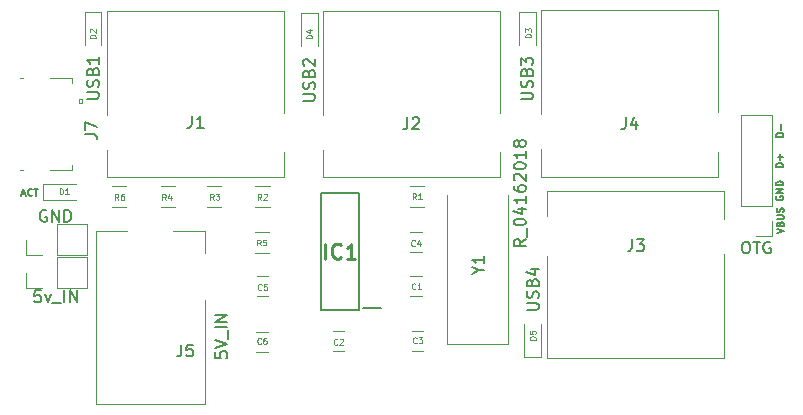
<source format=gto>
G04 #@! TF.FileFunction,Legend,Top*
%FSLAX46Y46*%
G04 Gerber Fmt 4.6, Leading zero omitted, Abs format (unit mm)*
G04 Created by KiCad (PCBNEW 4.0.7) date 04/20/18 23:23:33*
%MOMM*%
%LPD*%
G01*
G04 APERTURE LIST*
%ADD10C,0.127000*%
%ADD11C,0.120000*%
%ADD12C,0.200000*%
%ADD13C,0.125000*%
%ADD14C,0.254000*%
%ADD15C,0.150000*%
G04 APERTURE END LIST*
D10*
X151480781Y-99092852D02*
X151004590Y-99426186D01*
X151480781Y-99664281D02*
X150480781Y-99664281D01*
X150480781Y-99283328D01*
X150528400Y-99188090D01*
X150576019Y-99140471D01*
X150671257Y-99092852D01*
X150814114Y-99092852D01*
X150909352Y-99140471D01*
X150956971Y-99188090D01*
X151004590Y-99283328D01*
X151004590Y-99664281D01*
X151576019Y-98902376D02*
X151576019Y-98140471D01*
X150480781Y-97711900D02*
X150480781Y-97616661D01*
X150528400Y-97521423D01*
X150576019Y-97473804D01*
X150671257Y-97426185D01*
X150861733Y-97378566D01*
X151099829Y-97378566D01*
X151290305Y-97426185D01*
X151385543Y-97473804D01*
X151433162Y-97521423D01*
X151480781Y-97616661D01*
X151480781Y-97711900D01*
X151433162Y-97807138D01*
X151385543Y-97854757D01*
X151290305Y-97902376D01*
X151099829Y-97949995D01*
X150861733Y-97949995D01*
X150671257Y-97902376D01*
X150576019Y-97854757D01*
X150528400Y-97807138D01*
X150480781Y-97711900D01*
X150814114Y-96521423D02*
X151480781Y-96521423D01*
X150433162Y-96759519D02*
X151147448Y-96997614D01*
X151147448Y-96378566D01*
X151480781Y-95473804D02*
X151480781Y-96045233D01*
X151480781Y-95759519D02*
X150480781Y-95759519D01*
X150623638Y-95854757D01*
X150718876Y-95949995D01*
X150766495Y-96045233D01*
X150480781Y-94616661D02*
X150480781Y-94807138D01*
X150528400Y-94902376D01*
X150576019Y-94949995D01*
X150718876Y-95045233D01*
X150909352Y-95092852D01*
X151290305Y-95092852D01*
X151385543Y-95045233D01*
X151433162Y-94997614D01*
X151480781Y-94902376D01*
X151480781Y-94711899D01*
X151433162Y-94616661D01*
X151385543Y-94569042D01*
X151290305Y-94521423D01*
X151052210Y-94521423D01*
X150956971Y-94569042D01*
X150909352Y-94616661D01*
X150861733Y-94711899D01*
X150861733Y-94902376D01*
X150909352Y-94997614D01*
X150956971Y-95045233D01*
X151052210Y-95092852D01*
X150576019Y-94140471D02*
X150528400Y-94092852D01*
X150480781Y-93997614D01*
X150480781Y-93759518D01*
X150528400Y-93664280D01*
X150576019Y-93616661D01*
X150671257Y-93569042D01*
X150766495Y-93569042D01*
X150909352Y-93616661D01*
X151480781Y-94188090D01*
X151480781Y-93569042D01*
X150480781Y-92949995D02*
X150480781Y-92854756D01*
X150528400Y-92759518D01*
X150576019Y-92711899D01*
X150671257Y-92664280D01*
X150861733Y-92616661D01*
X151099829Y-92616661D01*
X151290305Y-92664280D01*
X151385543Y-92711899D01*
X151433162Y-92759518D01*
X151480781Y-92854756D01*
X151480781Y-92949995D01*
X151433162Y-93045233D01*
X151385543Y-93092852D01*
X151290305Y-93140471D01*
X151099829Y-93188090D01*
X150861733Y-93188090D01*
X150671257Y-93140471D01*
X150576019Y-93092852D01*
X150528400Y-93045233D01*
X150480781Y-92949995D01*
X151480781Y-91664280D02*
X151480781Y-92235709D01*
X151480781Y-91949995D02*
X150480781Y-91949995D01*
X150623638Y-92045233D01*
X150718876Y-92140471D01*
X150766495Y-92235709D01*
X150909352Y-91092852D02*
X150861733Y-91188090D01*
X150814114Y-91235709D01*
X150718876Y-91283328D01*
X150671257Y-91283328D01*
X150576019Y-91235709D01*
X150528400Y-91188090D01*
X150480781Y-91092852D01*
X150480781Y-90902375D01*
X150528400Y-90807137D01*
X150576019Y-90759518D01*
X150671257Y-90711899D01*
X150718876Y-90711899D01*
X150814114Y-90759518D01*
X150861733Y-90807137D01*
X150909352Y-90902375D01*
X150909352Y-91092852D01*
X150956971Y-91188090D01*
X151004590Y-91235709D01*
X151099829Y-91283328D01*
X151290305Y-91283328D01*
X151385543Y-91235709D01*
X151433162Y-91188090D01*
X151480781Y-91092852D01*
X151480781Y-90902375D01*
X151433162Y-90807137D01*
X151385543Y-90759518D01*
X151290305Y-90711899D01*
X151099829Y-90711899D01*
X151004590Y-90759518D01*
X150956971Y-90807137D01*
X150909352Y-90902375D01*
X173306389Y-90444571D02*
X172706389Y-90444571D01*
X172706389Y-90301714D01*
X172734960Y-90215999D01*
X172792103Y-90158857D01*
X172849246Y-90130285D01*
X172963531Y-90101714D01*
X173049246Y-90101714D01*
X173163531Y-90130285D01*
X173220674Y-90158857D01*
X173277817Y-90215999D01*
X173306389Y-90301714D01*
X173306389Y-90444571D01*
X173077817Y-89844571D02*
X173077817Y-89387428D01*
X173275909Y-92989651D02*
X172675909Y-92989651D01*
X172675909Y-92846794D01*
X172704480Y-92761079D01*
X172761623Y-92703937D01*
X172818766Y-92675365D01*
X172933051Y-92646794D01*
X173018766Y-92646794D01*
X173133051Y-92675365D01*
X173190194Y-92703937D01*
X173247337Y-92761079D01*
X173275909Y-92846794D01*
X173275909Y-92989651D01*
X173047337Y-92389651D02*
X173047337Y-91932508D01*
X173275909Y-92161079D02*
X172818766Y-92161079D01*
X172704480Y-95478542D02*
X172675909Y-95535685D01*
X172675909Y-95621399D01*
X172704480Y-95707114D01*
X172761623Y-95764256D01*
X172818766Y-95792828D01*
X172933051Y-95821399D01*
X173018766Y-95821399D01*
X173133051Y-95792828D01*
X173190194Y-95764256D01*
X173247337Y-95707114D01*
X173275909Y-95621399D01*
X173275909Y-95564256D01*
X173247337Y-95478542D01*
X173218766Y-95449971D01*
X173018766Y-95449971D01*
X173018766Y-95564256D01*
X173275909Y-95192828D02*
X172675909Y-95192828D01*
X173275909Y-94849971D01*
X172675909Y-94849971D01*
X173275909Y-94564257D02*
X172675909Y-94564257D01*
X172675909Y-94421400D01*
X172704480Y-94335685D01*
X172761623Y-94278543D01*
X172818766Y-94249971D01*
X172933051Y-94221400D01*
X173018766Y-94221400D01*
X173133051Y-94249971D01*
X173190194Y-94278543D01*
X173247337Y-94335685D01*
X173275909Y-94421400D01*
X173275909Y-94564257D01*
X172736869Y-98620760D02*
X173336869Y-98420760D01*
X172736869Y-98220760D01*
X173022583Y-97820760D02*
X173051154Y-97735046D01*
X173079726Y-97706474D01*
X173136869Y-97677903D01*
X173222583Y-97677903D01*
X173279726Y-97706474D01*
X173308297Y-97735046D01*
X173336869Y-97792188D01*
X173336869Y-98020760D01*
X172736869Y-98020760D01*
X172736869Y-97820760D01*
X172765440Y-97763617D01*
X172794011Y-97735046D01*
X172851154Y-97706474D01*
X172908297Y-97706474D01*
X172965440Y-97735046D01*
X172994011Y-97763617D01*
X173022583Y-97820760D01*
X173022583Y-98020760D01*
X172736869Y-97420760D02*
X173222583Y-97420760D01*
X173279726Y-97392188D01*
X173308297Y-97363617D01*
X173336869Y-97306474D01*
X173336869Y-97192188D01*
X173308297Y-97135046D01*
X173279726Y-97106474D01*
X173222583Y-97077903D01*
X172736869Y-97077903D01*
X173308297Y-96820760D02*
X173336869Y-96735046D01*
X173336869Y-96592189D01*
X173308297Y-96535046D01*
X173279726Y-96506475D01*
X173222583Y-96477903D01*
X173165440Y-96477903D01*
X173108297Y-96506475D01*
X173079726Y-96535046D01*
X173051154Y-96592189D01*
X173022583Y-96706475D01*
X172994011Y-96763617D01*
X172965440Y-96792189D01*
X172908297Y-96820760D01*
X172851154Y-96820760D01*
X172794011Y-96792189D01*
X172765440Y-96763617D01*
X172736869Y-96706475D01*
X172736869Y-96563617D01*
X172765440Y-96477903D01*
X125212861Y-108653413D02*
X125212861Y-109129604D01*
X125689051Y-109177223D01*
X125641432Y-109129604D01*
X125593813Y-109034366D01*
X125593813Y-108796270D01*
X125641432Y-108701032D01*
X125689051Y-108653413D01*
X125784290Y-108605794D01*
X126022385Y-108605794D01*
X126117623Y-108653413D01*
X126165242Y-108701032D01*
X126212861Y-108796270D01*
X126212861Y-109034366D01*
X126165242Y-109129604D01*
X126117623Y-109177223D01*
X125212861Y-108320080D02*
X126212861Y-107986747D01*
X125212861Y-107653413D01*
X126308099Y-107558175D02*
X126308099Y-106796270D01*
X126212861Y-106558175D02*
X125212861Y-106558175D01*
X126212861Y-106081985D02*
X125212861Y-106081985D01*
X126212861Y-105510556D01*
X125212861Y-105510556D01*
X151572981Y-105090695D02*
X152382505Y-105090695D01*
X152477743Y-105043076D01*
X152525362Y-104995457D01*
X152572981Y-104900219D01*
X152572981Y-104709742D01*
X152525362Y-104614504D01*
X152477743Y-104566885D01*
X152382505Y-104519266D01*
X151572981Y-104519266D01*
X152525362Y-104090695D02*
X152572981Y-103947838D01*
X152572981Y-103709742D01*
X152525362Y-103614504D01*
X152477743Y-103566885D01*
X152382505Y-103519266D01*
X152287267Y-103519266D01*
X152192029Y-103566885D01*
X152144410Y-103614504D01*
X152096790Y-103709742D01*
X152049171Y-103900219D01*
X152001552Y-103995457D01*
X151953933Y-104043076D01*
X151858695Y-104090695D01*
X151763457Y-104090695D01*
X151668219Y-104043076D01*
X151620600Y-103995457D01*
X151572981Y-103900219D01*
X151572981Y-103662123D01*
X151620600Y-103519266D01*
X152049171Y-102757361D02*
X152096790Y-102614504D01*
X152144410Y-102566885D01*
X152239648Y-102519266D01*
X152382505Y-102519266D01*
X152477743Y-102566885D01*
X152525362Y-102614504D01*
X152572981Y-102709742D01*
X152572981Y-103090695D01*
X151572981Y-103090695D01*
X151572981Y-102757361D01*
X151620600Y-102662123D01*
X151668219Y-102614504D01*
X151763457Y-102566885D01*
X151858695Y-102566885D01*
X151953933Y-102614504D01*
X152001552Y-102662123D01*
X152049171Y-102757361D01*
X152049171Y-103090695D01*
X151906314Y-101662123D02*
X152572981Y-101662123D01*
X151525362Y-101900219D02*
X152239648Y-102138314D01*
X152239648Y-101519266D01*
X151100541Y-87264975D02*
X151910065Y-87264975D01*
X152005303Y-87217356D01*
X152052922Y-87169737D01*
X152100541Y-87074499D01*
X152100541Y-86884022D01*
X152052922Y-86788784D01*
X152005303Y-86741165D01*
X151910065Y-86693546D01*
X151100541Y-86693546D01*
X152052922Y-86264975D02*
X152100541Y-86122118D01*
X152100541Y-85884022D01*
X152052922Y-85788784D01*
X152005303Y-85741165D01*
X151910065Y-85693546D01*
X151814827Y-85693546D01*
X151719589Y-85741165D01*
X151671970Y-85788784D01*
X151624350Y-85884022D01*
X151576731Y-86074499D01*
X151529112Y-86169737D01*
X151481493Y-86217356D01*
X151386255Y-86264975D01*
X151291017Y-86264975D01*
X151195779Y-86217356D01*
X151148160Y-86169737D01*
X151100541Y-86074499D01*
X151100541Y-85836403D01*
X151148160Y-85693546D01*
X151576731Y-84931641D02*
X151624350Y-84788784D01*
X151671970Y-84741165D01*
X151767208Y-84693546D01*
X151910065Y-84693546D01*
X152005303Y-84741165D01*
X152052922Y-84788784D01*
X152100541Y-84884022D01*
X152100541Y-85264975D01*
X151100541Y-85264975D01*
X151100541Y-84931641D01*
X151148160Y-84836403D01*
X151195779Y-84788784D01*
X151291017Y-84741165D01*
X151386255Y-84741165D01*
X151481493Y-84788784D01*
X151529112Y-84836403D01*
X151576731Y-84931641D01*
X151576731Y-85264975D01*
X151100541Y-84360213D02*
X151100541Y-83741165D01*
X151481493Y-84074499D01*
X151481493Y-83931641D01*
X151529112Y-83836403D01*
X151576731Y-83788784D01*
X151671970Y-83741165D01*
X151910065Y-83741165D01*
X152005303Y-83788784D01*
X152052922Y-83836403D01*
X152100541Y-83931641D01*
X152100541Y-84217356D01*
X152052922Y-84312594D01*
X152005303Y-84360213D01*
X132649981Y-87386895D02*
X133459505Y-87386895D01*
X133554743Y-87339276D01*
X133602362Y-87291657D01*
X133649981Y-87196419D01*
X133649981Y-87005942D01*
X133602362Y-86910704D01*
X133554743Y-86863085D01*
X133459505Y-86815466D01*
X132649981Y-86815466D01*
X133602362Y-86386895D02*
X133649981Y-86244038D01*
X133649981Y-86005942D01*
X133602362Y-85910704D01*
X133554743Y-85863085D01*
X133459505Y-85815466D01*
X133364267Y-85815466D01*
X133269029Y-85863085D01*
X133221410Y-85910704D01*
X133173790Y-86005942D01*
X133126171Y-86196419D01*
X133078552Y-86291657D01*
X133030933Y-86339276D01*
X132935695Y-86386895D01*
X132840457Y-86386895D01*
X132745219Y-86339276D01*
X132697600Y-86291657D01*
X132649981Y-86196419D01*
X132649981Y-85958323D01*
X132697600Y-85815466D01*
X133126171Y-85053561D02*
X133173790Y-84910704D01*
X133221410Y-84863085D01*
X133316648Y-84815466D01*
X133459505Y-84815466D01*
X133554743Y-84863085D01*
X133602362Y-84910704D01*
X133649981Y-85005942D01*
X133649981Y-85386895D01*
X132649981Y-85386895D01*
X132649981Y-85053561D01*
X132697600Y-84958323D01*
X132745219Y-84910704D01*
X132840457Y-84863085D01*
X132935695Y-84863085D01*
X133030933Y-84910704D01*
X133078552Y-84958323D01*
X133126171Y-85053561D01*
X133126171Y-85386895D01*
X132745219Y-84434514D02*
X132697600Y-84386895D01*
X132649981Y-84291657D01*
X132649981Y-84053561D01*
X132697600Y-83958323D01*
X132745219Y-83910704D01*
X132840457Y-83863085D01*
X132935695Y-83863085D01*
X133078552Y-83910704D01*
X133649981Y-84482133D01*
X133649981Y-83863085D01*
X114346741Y-87219255D02*
X115156265Y-87219255D01*
X115251503Y-87171636D01*
X115299122Y-87124017D01*
X115346741Y-87028779D01*
X115346741Y-86838302D01*
X115299122Y-86743064D01*
X115251503Y-86695445D01*
X115156265Y-86647826D01*
X114346741Y-86647826D01*
X115299122Y-86219255D02*
X115346741Y-86076398D01*
X115346741Y-85838302D01*
X115299122Y-85743064D01*
X115251503Y-85695445D01*
X115156265Y-85647826D01*
X115061027Y-85647826D01*
X114965789Y-85695445D01*
X114918170Y-85743064D01*
X114870550Y-85838302D01*
X114822931Y-86028779D01*
X114775312Y-86124017D01*
X114727693Y-86171636D01*
X114632455Y-86219255D01*
X114537217Y-86219255D01*
X114441979Y-86171636D01*
X114394360Y-86124017D01*
X114346741Y-86028779D01*
X114346741Y-85790683D01*
X114394360Y-85647826D01*
X114822931Y-84885921D02*
X114870550Y-84743064D01*
X114918170Y-84695445D01*
X115013408Y-84647826D01*
X115156265Y-84647826D01*
X115251503Y-84695445D01*
X115299122Y-84743064D01*
X115346741Y-84838302D01*
X115346741Y-85219255D01*
X114346741Y-85219255D01*
X114346741Y-84885921D01*
X114394360Y-84790683D01*
X114441979Y-84743064D01*
X114537217Y-84695445D01*
X114632455Y-84695445D01*
X114727693Y-84743064D01*
X114775312Y-84790683D01*
X114822931Y-84885921D01*
X114822931Y-85219255D01*
X115346741Y-83695445D02*
X115346741Y-84266874D01*
X115346741Y-83981160D02*
X114346741Y-83981160D01*
X114489598Y-84076398D01*
X114584836Y-84171636D01*
X114632455Y-84266874D01*
X108817812Y-95268720D02*
X109103526Y-95268720D01*
X108760669Y-95440149D02*
X108960669Y-94840149D01*
X109160669Y-95440149D01*
X109703526Y-95383006D02*
X109674955Y-95411577D01*
X109589241Y-95440149D01*
X109532098Y-95440149D01*
X109446383Y-95411577D01*
X109389241Y-95354434D01*
X109360669Y-95297291D01*
X109332098Y-95183006D01*
X109332098Y-95097291D01*
X109360669Y-94983006D01*
X109389241Y-94925863D01*
X109446383Y-94868720D01*
X109532098Y-94840149D01*
X109589241Y-94840149D01*
X109674955Y-94868720D01*
X109703526Y-94897291D01*
X109874955Y-94840149D02*
X110217812Y-94840149D01*
X110046383Y-95440149D02*
X110046383Y-94840149D01*
D11*
X142689000Y-102249000D02*
X141689000Y-102249000D01*
X141689000Y-103949000D02*
X142689000Y-103949000D01*
X136136000Y-106897000D02*
X135136000Y-106897000D01*
X135136000Y-108597000D02*
X136136000Y-108597000D01*
X141826000Y-108561000D02*
X142826000Y-108561000D01*
X142826000Y-106861000D02*
X141826000Y-106861000D01*
X142689000Y-98535100D02*
X141689000Y-98535100D01*
X141689000Y-100235100D02*
X142689000Y-100235100D01*
X128700000Y-103949000D02*
X129700000Y-103949000D01*
X129700000Y-102249000D02*
X128700000Y-102249000D01*
X128659000Y-108637000D02*
X129659000Y-108637000D01*
X129659000Y-106937000D02*
X128659000Y-106937000D01*
X110590000Y-94397600D02*
X110590000Y-95797600D01*
X110590000Y-95797600D02*
X113390000Y-95797600D01*
X110590000Y-94397600D02*
X113390000Y-94397600D01*
X115559000Y-79901600D02*
X114159000Y-79901600D01*
X114159000Y-79901600D02*
X114159000Y-82701600D01*
X115559000Y-79901600D02*
X115559000Y-82701600D01*
X152343000Y-79855900D02*
X150943000Y-79855900D01*
X150943000Y-79855900D02*
X150943000Y-82655900D01*
X152343000Y-79855900D02*
X152343000Y-82655900D01*
X133882000Y-79937200D02*
X132482000Y-79937200D01*
X132482000Y-79937200D02*
X132482000Y-82737200D01*
X133882000Y-79937200D02*
X133882000Y-82737200D01*
X151380000Y-109054000D02*
X152780000Y-109054000D01*
X152780000Y-109054000D02*
X152780000Y-106254000D01*
X151380000Y-109054000D02*
X151380000Y-106254000D01*
D12*
X137358000Y-105128000D02*
X134158000Y-105128000D01*
X134158000Y-105128000D02*
X134158000Y-95228000D01*
X134158000Y-95228000D02*
X137358000Y-95228000D01*
X137358000Y-95228000D02*
X137358000Y-105128000D01*
X139233000Y-104908000D02*
X137708000Y-104908000D01*
D11*
X116052000Y-93875400D02*
X116052000Y-91545400D01*
X131042000Y-93875400D02*
X131042000Y-91755400D01*
X116052000Y-93875400D02*
X131042000Y-93875400D01*
X116052000Y-79785400D02*
X131042000Y-79785400D01*
X116052000Y-88585400D02*
X116052000Y-79785400D01*
X131042000Y-88385400D02*
X131042000Y-79785400D01*
X134324000Y-93875400D02*
X134324000Y-91545400D01*
X149314000Y-93875400D02*
X149314000Y-91755400D01*
X134324000Y-93875400D02*
X149314000Y-93875400D01*
X134324000Y-79785400D02*
X149314000Y-79785400D01*
X134324000Y-88585400D02*
X134324000Y-79785400D01*
X149314000Y-88385400D02*
X149314000Y-79785400D01*
X152765000Y-93819500D02*
X152765000Y-91489500D01*
X167755000Y-93819500D02*
X167755000Y-91699500D01*
X152765000Y-93819500D02*
X167755000Y-93819500D01*
X152765000Y-79729500D02*
X167755000Y-79729500D01*
X152765000Y-88529500D02*
X152765000Y-79729500D01*
X167755000Y-88329500D02*
X167755000Y-79729500D01*
X168246000Y-95065000D02*
X168246000Y-97395000D01*
X153256000Y-95065000D02*
X153256000Y-97185000D01*
X168246000Y-95065000D02*
X153256000Y-95065000D01*
X168246000Y-109155000D02*
X153256000Y-109155000D01*
X168246000Y-100355000D02*
X168246000Y-109155000D01*
X153256000Y-100555000D02*
X153256000Y-109155000D01*
X124295000Y-104298800D02*
X124295000Y-113098800D01*
X124295000Y-113098800D02*
X115095000Y-113098800D01*
X121595000Y-98398800D02*
X124295000Y-98398800D01*
X124295000Y-98398800D02*
X124295000Y-100298800D01*
X115095000Y-113098800D02*
X115095000Y-98398800D01*
X115095000Y-98398800D02*
X117695000Y-98398800D01*
X142881000Y-96404300D02*
X141681000Y-96404300D01*
X141681000Y-94644300D02*
X142881000Y-94644300D01*
X128595000Y-94649400D02*
X129795000Y-94649400D01*
X129795000Y-96409400D02*
X128595000Y-96409400D01*
X125710000Y-96404300D02*
X124510000Y-96404300D01*
X124510000Y-94644300D02*
X125710000Y-94644300D01*
X121768000Y-96404300D02*
X120568000Y-96404300D01*
X120568000Y-94644300D02*
X121768000Y-94644300D01*
X128539000Y-98530500D02*
X129739000Y-98530500D01*
X129739000Y-100290500D02*
X128539000Y-100290500D01*
X117669000Y-96409400D02*
X116469000Y-96409400D01*
X116469000Y-94649400D02*
X117669000Y-94649400D01*
X144861000Y-95385000D02*
X144861000Y-107985000D01*
X144861000Y-107985000D02*
X149961000Y-107985000D01*
X149961000Y-107985000D02*
X149961000Y-95385000D01*
X113056000Y-85447000D02*
X113056000Y-85897000D01*
X111206000Y-85447000D02*
X113056000Y-85447000D01*
X108656000Y-93247000D02*
X108906000Y-93247000D01*
X108656000Y-85447000D02*
X108906000Y-85447000D01*
X111206000Y-93247000D02*
X113056000Y-93247000D01*
X113056000Y-93247000D02*
X113056000Y-92797000D01*
X113656000Y-87247000D02*
X113956000Y-87247000D01*
X113956000Y-87247000D02*
X113956000Y-87547000D01*
X113956000Y-87547000D02*
X113656000Y-87547000D01*
X113656000Y-87547000D02*
X113656000Y-87247000D01*
X172351000Y-88588500D02*
X169691000Y-88588500D01*
X172351000Y-96268500D02*
X172351000Y-88588500D01*
X169691000Y-96268500D02*
X169691000Y-88588500D01*
X172351000Y-96268500D02*
X169691000Y-96268500D01*
X172351000Y-97538500D02*
X172351000Y-98868500D01*
X172351000Y-98868500D02*
X171021000Y-98868500D01*
X114368000Y-103263000D02*
X114368000Y-100603000D01*
X111768000Y-103263000D02*
X114368000Y-103263000D01*
X111768000Y-100603000D02*
X114368000Y-100603000D01*
X111768000Y-103263000D02*
X111768000Y-100603000D01*
X110498000Y-103263000D02*
X109168000Y-103263000D01*
X109168000Y-103263000D02*
X109168000Y-101933000D01*
X114360000Y-100481400D02*
X114360000Y-97821400D01*
X111760000Y-100481400D02*
X114360000Y-100481400D01*
X111760000Y-97821400D02*
X114360000Y-97821400D01*
X111760000Y-100481400D02*
X111760000Y-97821400D01*
X110490000Y-100481400D02*
X109160000Y-100481400D01*
X109160000Y-100481400D02*
X109160000Y-99151400D01*
D13*
X142136147Y-103292811D02*
X142112337Y-103316621D01*
X142040909Y-103340430D01*
X141993290Y-103340430D01*
X141921861Y-103316621D01*
X141874242Y-103269002D01*
X141850433Y-103221383D01*
X141826623Y-103126145D01*
X141826623Y-103054716D01*
X141850433Y-102959478D01*
X141874242Y-102911859D01*
X141921861Y-102864240D01*
X141993290Y-102840430D01*
X142040909Y-102840430D01*
X142112337Y-102864240D01*
X142136147Y-102888050D01*
X142612337Y-103340430D02*
X142326623Y-103340430D01*
X142469480Y-103340430D02*
X142469480Y-102840430D01*
X142421861Y-102911859D01*
X142374242Y-102959478D01*
X142326623Y-102983288D01*
X135537427Y-108006851D02*
X135513617Y-108030661D01*
X135442189Y-108054470D01*
X135394570Y-108054470D01*
X135323141Y-108030661D01*
X135275522Y-107983042D01*
X135251713Y-107935423D01*
X135227903Y-107840185D01*
X135227903Y-107768756D01*
X135251713Y-107673518D01*
X135275522Y-107625899D01*
X135323141Y-107578280D01*
X135394570Y-107554470D01*
X135442189Y-107554470D01*
X135513617Y-107578280D01*
X135537427Y-107602090D01*
X135727903Y-107602090D02*
X135751713Y-107578280D01*
X135799332Y-107554470D01*
X135918379Y-107554470D01*
X135965998Y-107578280D01*
X135989808Y-107602090D01*
X136013617Y-107649709D01*
X136013617Y-107697328D01*
X135989808Y-107768756D01*
X135704094Y-108054470D01*
X136013617Y-108054470D01*
X142242667Y-107864171D02*
X142218857Y-107887981D01*
X142147429Y-107911790D01*
X142099810Y-107911790D01*
X142028381Y-107887981D01*
X141980762Y-107840362D01*
X141956953Y-107792743D01*
X141933143Y-107697505D01*
X141933143Y-107626076D01*
X141956953Y-107530838D01*
X141980762Y-107483219D01*
X142028381Y-107435600D01*
X142099810Y-107411790D01*
X142147429Y-107411790D01*
X142218857Y-107435600D01*
X142242667Y-107459410D01*
X142409334Y-107411790D02*
X142718857Y-107411790D01*
X142552191Y-107602267D01*
X142623619Y-107602267D01*
X142671238Y-107626076D01*
X142695048Y-107649886D01*
X142718857Y-107697505D01*
X142718857Y-107816552D01*
X142695048Y-107864171D01*
X142671238Y-107887981D01*
X142623619Y-107911790D01*
X142480762Y-107911790D01*
X142433143Y-107887981D01*
X142409334Y-107864171D01*
X142100587Y-99650031D02*
X142076777Y-99673841D01*
X142005349Y-99697650D01*
X141957730Y-99697650D01*
X141886301Y-99673841D01*
X141838682Y-99626222D01*
X141814873Y-99578603D01*
X141791063Y-99483365D01*
X141791063Y-99411936D01*
X141814873Y-99316698D01*
X141838682Y-99269079D01*
X141886301Y-99221460D01*
X141957730Y-99197650D01*
X142005349Y-99197650D01*
X142076777Y-99221460D01*
X142100587Y-99245270D01*
X142529158Y-99364317D02*
X142529158Y-99697650D01*
X142410111Y-99173841D02*
X142291063Y-99530984D01*
X142600587Y-99530984D01*
X129116667Y-103369011D02*
X129092857Y-103392821D01*
X129021429Y-103416630D01*
X128973810Y-103416630D01*
X128902381Y-103392821D01*
X128854762Y-103345202D01*
X128830953Y-103297583D01*
X128807143Y-103202345D01*
X128807143Y-103130916D01*
X128830953Y-103035678D01*
X128854762Y-102988059D01*
X128902381Y-102940440D01*
X128973810Y-102916630D01*
X129021429Y-102916630D01*
X129092857Y-102940440D01*
X129116667Y-102964250D01*
X129569048Y-102916630D02*
X129330953Y-102916630D01*
X129307143Y-103154726D01*
X129330953Y-103130916D01*
X129378572Y-103107107D01*
X129497619Y-103107107D01*
X129545238Y-103130916D01*
X129569048Y-103154726D01*
X129592857Y-103202345D01*
X129592857Y-103321392D01*
X129569048Y-103369011D01*
X129545238Y-103392821D01*
X129497619Y-103416630D01*
X129378572Y-103416630D01*
X129330953Y-103392821D01*
X129307143Y-103369011D01*
X129065507Y-107935091D02*
X129041697Y-107958901D01*
X128970269Y-107982710D01*
X128922650Y-107982710D01*
X128851221Y-107958901D01*
X128803602Y-107911282D01*
X128779793Y-107863663D01*
X128755983Y-107768425D01*
X128755983Y-107696996D01*
X128779793Y-107601758D01*
X128803602Y-107554139D01*
X128851221Y-107506520D01*
X128922650Y-107482710D01*
X128970269Y-107482710D01*
X129041697Y-107506520D01*
X129065507Y-107530330D01*
X129494078Y-107482710D02*
X129398840Y-107482710D01*
X129351221Y-107506520D01*
X129327412Y-107530330D01*
X129279793Y-107601758D01*
X129255983Y-107696996D01*
X129255983Y-107887472D01*
X129279793Y-107935091D01*
X129303602Y-107958901D01*
X129351221Y-107982710D01*
X129446459Y-107982710D01*
X129494078Y-107958901D01*
X129517888Y-107935091D01*
X129541697Y-107887472D01*
X129541697Y-107768425D01*
X129517888Y-107720806D01*
X129494078Y-107696996D01*
X129446459Y-107673187D01*
X129351221Y-107673187D01*
X129303602Y-107696996D01*
X129279793Y-107720806D01*
X129255983Y-107768425D01*
X112015873Y-95318710D02*
X112015873Y-94818710D01*
X112134920Y-94818710D01*
X112206349Y-94842520D01*
X112253968Y-94890139D01*
X112277777Y-94937758D01*
X112301587Y-95032996D01*
X112301587Y-95104425D01*
X112277777Y-95199663D01*
X112253968Y-95247282D01*
X112206349Y-95294901D01*
X112134920Y-95318710D01*
X112015873Y-95318710D01*
X112777777Y-95318710D02*
X112492063Y-95318710D01*
X112634920Y-95318710D02*
X112634920Y-94818710D01*
X112587301Y-94890139D01*
X112539682Y-94937758D01*
X112492063Y-94961568D01*
X115075030Y-82070647D02*
X114575030Y-82070647D01*
X114575030Y-81951600D01*
X114598840Y-81880171D01*
X114646459Y-81832552D01*
X114694078Y-81808743D01*
X114789316Y-81784933D01*
X114860745Y-81784933D01*
X114955983Y-81808743D01*
X115003602Y-81832552D01*
X115051221Y-81880171D01*
X115075030Y-81951600D01*
X115075030Y-82070647D01*
X114622650Y-81594457D02*
X114598840Y-81570647D01*
X114575030Y-81523028D01*
X114575030Y-81403981D01*
X114598840Y-81356362D01*
X114622650Y-81332552D01*
X114670269Y-81308743D01*
X114717888Y-81308743D01*
X114789316Y-81332552D01*
X115075030Y-81618266D01*
X115075030Y-81308743D01*
X151960630Y-82024947D02*
X151460630Y-82024947D01*
X151460630Y-81905900D01*
X151484440Y-81834471D01*
X151532059Y-81786852D01*
X151579678Y-81763043D01*
X151674916Y-81739233D01*
X151746345Y-81739233D01*
X151841583Y-81763043D01*
X151889202Y-81786852D01*
X151936821Y-81834471D01*
X151960630Y-81905900D01*
X151960630Y-82024947D01*
X151460630Y-81572566D02*
X151460630Y-81263043D01*
X151651107Y-81429709D01*
X151651107Y-81358281D01*
X151674916Y-81310662D01*
X151698726Y-81286852D01*
X151746345Y-81263043D01*
X151865392Y-81263043D01*
X151913011Y-81286852D01*
X151936821Y-81310662D01*
X151960630Y-81358281D01*
X151960630Y-81501138D01*
X151936821Y-81548757D01*
X151913011Y-81572566D01*
X133403110Y-82116407D02*
X132903110Y-82116407D01*
X132903110Y-81997360D01*
X132926920Y-81925931D01*
X132974539Y-81878312D01*
X133022158Y-81854503D01*
X133117396Y-81830693D01*
X133188825Y-81830693D01*
X133284063Y-81854503D01*
X133331682Y-81878312D01*
X133379301Y-81925931D01*
X133403110Y-81997360D01*
X133403110Y-82116407D01*
X133069777Y-81402122D02*
X133403110Y-81402122D01*
X132879301Y-81521169D02*
X133236444Y-81640217D01*
X133236444Y-81330693D01*
X152336670Y-107623047D02*
X151836670Y-107623047D01*
X151836670Y-107504000D01*
X151860480Y-107432571D01*
X151908099Y-107384952D01*
X151955718Y-107361143D01*
X152050956Y-107337333D01*
X152122385Y-107337333D01*
X152217623Y-107361143D01*
X152265242Y-107384952D01*
X152312861Y-107432571D01*
X152336670Y-107504000D01*
X152336670Y-107623047D01*
X151836670Y-106884952D02*
X151836670Y-107123047D01*
X152074766Y-107146857D01*
X152050956Y-107123047D01*
X152027147Y-107075428D01*
X152027147Y-106956381D01*
X152050956Y-106908762D01*
X152074766Y-106884952D01*
X152122385Y-106861143D01*
X152241432Y-106861143D01*
X152289051Y-106884952D01*
X152312861Y-106908762D01*
X152336670Y-106956381D01*
X152336670Y-107075428D01*
X152312861Y-107123047D01*
X152289051Y-107146857D01*
D14*
X134518238Y-100752524D02*
X134518238Y-99482524D01*
X135848714Y-100631571D02*
X135788238Y-100692048D01*
X135606809Y-100752524D01*
X135485857Y-100752524D01*
X135304429Y-100692048D01*
X135183476Y-100571095D01*
X135123000Y-100450143D01*
X135062524Y-100208238D01*
X135062524Y-100026810D01*
X135123000Y-99784905D01*
X135183476Y-99663952D01*
X135304429Y-99543000D01*
X135485857Y-99482524D01*
X135606809Y-99482524D01*
X135788238Y-99543000D01*
X135848714Y-99603476D01*
X137058238Y-100752524D02*
X136332524Y-100752524D01*
X136695381Y-100752524D02*
X136695381Y-99482524D01*
X136574429Y-99663952D01*
X136453476Y-99784905D01*
X136332524Y-99845381D01*
D15*
X123227907Y-88682581D02*
X123227907Y-89396867D01*
X123180287Y-89539724D01*
X123085049Y-89634962D01*
X122942192Y-89682581D01*
X122846954Y-89682581D01*
X124227907Y-89682581D02*
X123656478Y-89682581D01*
X123942192Y-89682581D02*
X123942192Y-88682581D01*
X123846954Y-88825438D01*
X123751716Y-88920676D01*
X123656478Y-88968295D01*
X141474507Y-88799421D02*
X141474507Y-89513707D01*
X141426887Y-89656564D01*
X141331649Y-89751802D01*
X141188792Y-89799421D01*
X141093554Y-89799421D01*
X141903078Y-88894659D02*
X141950697Y-88847040D01*
X142045935Y-88799421D01*
X142284031Y-88799421D01*
X142379269Y-88847040D01*
X142426888Y-88894659D01*
X142474507Y-88989897D01*
X142474507Y-89085135D01*
X142426888Y-89227992D01*
X141855459Y-89799421D01*
X142474507Y-89799421D01*
X160489547Y-99121961D02*
X160489547Y-99836247D01*
X160441927Y-99979104D01*
X160346689Y-100074342D01*
X160203832Y-100121961D01*
X160108594Y-100121961D01*
X160870499Y-99121961D02*
X161489547Y-99121961D01*
X161156213Y-99502913D01*
X161299071Y-99502913D01*
X161394309Y-99550532D01*
X161441928Y-99598151D01*
X161489547Y-99693390D01*
X161489547Y-99931485D01*
X161441928Y-100026723D01*
X161394309Y-100074342D01*
X161299071Y-100121961D01*
X161013356Y-100121961D01*
X160918118Y-100074342D01*
X160870499Y-100026723D01*
X159956387Y-88799381D02*
X159956387Y-89513667D01*
X159908767Y-89656524D01*
X159813529Y-89751762D01*
X159670672Y-89799381D01*
X159575434Y-89799381D01*
X160861149Y-89132714D02*
X160861149Y-89799381D01*
X160623053Y-88751762D02*
X160384958Y-89466048D01*
X161004006Y-89466048D01*
X122328387Y-108032341D02*
X122328387Y-108746627D01*
X122280767Y-108889484D01*
X122185529Y-108984722D01*
X122042672Y-109032341D01*
X121947434Y-109032341D01*
X123280768Y-108032341D02*
X122804577Y-108032341D01*
X122756958Y-108508531D01*
X122804577Y-108460912D01*
X122899815Y-108413293D01*
X123137911Y-108413293D01*
X123233149Y-108460912D01*
X123280768Y-108508531D01*
X123328387Y-108603770D01*
X123328387Y-108841865D01*
X123280768Y-108937103D01*
X123233149Y-108984722D01*
X123137911Y-109032341D01*
X122899815Y-109032341D01*
X122804577Y-108984722D01*
X122756958Y-108937103D01*
D13*
X142197667Y-95740330D02*
X142031000Y-95502235D01*
X141911953Y-95740330D02*
X141911953Y-95240330D01*
X142102429Y-95240330D01*
X142150048Y-95264140D01*
X142173857Y-95287950D01*
X142197667Y-95335569D01*
X142197667Y-95406997D01*
X142173857Y-95454616D01*
X142150048Y-95478426D01*
X142102429Y-95502235D01*
X141911953Y-95502235D01*
X142673857Y-95740330D02*
X142388143Y-95740330D01*
X142531000Y-95740330D02*
X142531000Y-95240330D01*
X142483381Y-95311759D01*
X142435762Y-95359378D01*
X142388143Y-95383188D01*
X129111667Y-95765750D02*
X128945000Y-95527655D01*
X128825953Y-95765750D02*
X128825953Y-95265750D01*
X129016429Y-95265750D01*
X129064048Y-95289560D01*
X129087857Y-95313370D01*
X129111667Y-95360989D01*
X129111667Y-95432417D01*
X129087857Y-95480036D01*
X129064048Y-95503846D01*
X129016429Y-95527655D01*
X128825953Y-95527655D01*
X129302143Y-95313370D02*
X129325953Y-95289560D01*
X129373572Y-95265750D01*
X129492619Y-95265750D01*
X129540238Y-95289560D01*
X129564048Y-95313370D01*
X129587857Y-95360989D01*
X129587857Y-95408608D01*
X129564048Y-95480036D01*
X129278334Y-95765750D01*
X129587857Y-95765750D01*
X125072387Y-95770810D02*
X124905720Y-95532715D01*
X124786673Y-95770810D02*
X124786673Y-95270810D01*
X124977149Y-95270810D01*
X125024768Y-95294620D01*
X125048577Y-95318430D01*
X125072387Y-95366049D01*
X125072387Y-95437477D01*
X125048577Y-95485096D01*
X125024768Y-95508906D01*
X124977149Y-95532715D01*
X124786673Y-95532715D01*
X125239054Y-95270810D02*
X125548577Y-95270810D01*
X125381911Y-95461287D01*
X125453339Y-95461287D01*
X125500958Y-95485096D01*
X125524768Y-95508906D01*
X125548577Y-95556525D01*
X125548577Y-95675572D01*
X125524768Y-95723191D01*
X125500958Y-95747001D01*
X125453339Y-95770810D01*
X125310482Y-95770810D01*
X125262863Y-95747001D01*
X125239054Y-95723191D01*
X121013547Y-95811450D02*
X120846880Y-95573355D01*
X120727833Y-95811450D02*
X120727833Y-95311450D01*
X120918309Y-95311450D01*
X120965928Y-95335260D01*
X120989737Y-95359070D01*
X121013547Y-95406689D01*
X121013547Y-95478117D01*
X120989737Y-95525736D01*
X120965928Y-95549546D01*
X120918309Y-95573355D01*
X120727833Y-95573355D01*
X121442118Y-95478117D02*
X121442118Y-95811450D01*
X121323071Y-95287641D02*
X121204023Y-95644784D01*
X121513547Y-95644784D01*
X129045507Y-99641770D02*
X128878840Y-99403675D01*
X128759793Y-99641770D02*
X128759793Y-99141770D01*
X128950269Y-99141770D01*
X128997888Y-99165580D01*
X129021697Y-99189390D01*
X129045507Y-99237009D01*
X129045507Y-99308437D01*
X129021697Y-99356056D01*
X128997888Y-99379866D01*
X128950269Y-99403675D01*
X128759793Y-99403675D01*
X129497888Y-99141770D02*
X129259793Y-99141770D01*
X129235983Y-99379866D01*
X129259793Y-99356056D01*
X129307412Y-99332247D01*
X129426459Y-99332247D01*
X129474078Y-99356056D01*
X129497888Y-99379866D01*
X129521697Y-99427485D01*
X129521697Y-99546532D01*
X129497888Y-99594151D01*
X129474078Y-99617961D01*
X129426459Y-99641770D01*
X129307412Y-99641770D01*
X129259793Y-99617961D01*
X129235983Y-99594151D01*
X117005987Y-95780990D02*
X116839320Y-95542895D01*
X116720273Y-95780990D02*
X116720273Y-95280990D01*
X116910749Y-95280990D01*
X116958368Y-95304800D01*
X116982177Y-95328610D01*
X117005987Y-95376229D01*
X117005987Y-95447657D01*
X116982177Y-95495276D01*
X116958368Y-95519086D01*
X116910749Y-95542895D01*
X116720273Y-95542895D01*
X117434558Y-95280990D02*
X117339320Y-95280990D01*
X117291701Y-95304800D01*
X117267892Y-95328610D01*
X117220273Y-95400038D01*
X117196463Y-95495276D01*
X117196463Y-95685752D01*
X117220273Y-95733371D01*
X117244082Y-95757181D01*
X117291701Y-95780990D01*
X117386939Y-95780990D01*
X117434558Y-95757181D01*
X117458368Y-95733371D01*
X117482177Y-95685752D01*
X117482177Y-95566705D01*
X117458368Y-95519086D01*
X117434558Y-95495276D01*
X117386939Y-95471467D01*
X117291701Y-95471467D01*
X117244082Y-95495276D01*
X117220273Y-95519086D01*
X117196463Y-95566705D01*
D15*
X147504030Y-101761191D02*
X147980221Y-101761191D01*
X146980221Y-102094524D02*
X147504030Y-101761191D01*
X146980221Y-101427857D01*
X147980221Y-100570714D02*
X147980221Y-101142143D01*
X147980221Y-100856429D02*
X146980221Y-100856429D01*
X147123078Y-100951667D01*
X147218316Y-101046905D01*
X147265935Y-101142143D01*
X114178381Y-90210333D02*
X114892667Y-90210333D01*
X115035524Y-90257953D01*
X115130762Y-90353191D01*
X115178381Y-90496048D01*
X115178381Y-90591286D01*
X114178381Y-89829381D02*
X114178381Y-89162714D01*
X115178381Y-89591286D01*
X170044809Y-99320881D02*
X170235286Y-99320881D01*
X170330524Y-99368500D01*
X170425762Y-99463738D01*
X170473381Y-99654214D01*
X170473381Y-99987548D01*
X170425762Y-100178024D01*
X170330524Y-100273262D01*
X170235286Y-100320881D01*
X170044809Y-100320881D01*
X169949571Y-100273262D01*
X169854333Y-100178024D01*
X169806714Y-99987548D01*
X169806714Y-99654214D01*
X169854333Y-99463738D01*
X169949571Y-99368500D01*
X170044809Y-99320881D01*
X170759095Y-99320881D02*
X171330524Y-99320881D01*
X171044809Y-100320881D02*
X171044809Y-99320881D01*
X172187667Y-99368500D02*
X172092429Y-99320881D01*
X171949572Y-99320881D01*
X171806714Y-99368500D01*
X171711476Y-99463738D01*
X171663857Y-99558976D01*
X171616238Y-99749452D01*
X171616238Y-99892310D01*
X171663857Y-100082786D01*
X171711476Y-100178024D01*
X171806714Y-100273262D01*
X171949572Y-100320881D01*
X172044810Y-100320881D01*
X172187667Y-100273262D01*
X172235286Y-100225643D01*
X172235286Y-99892310D01*
X172044810Y-99892310D01*
X110406086Y-103455481D02*
X109929895Y-103455481D01*
X109882276Y-103931671D01*
X109929895Y-103884052D01*
X110025133Y-103836433D01*
X110263229Y-103836433D01*
X110358467Y-103884052D01*
X110406086Y-103931671D01*
X110453705Y-104026910D01*
X110453705Y-104265005D01*
X110406086Y-104360243D01*
X110358467Y-104407862D01*
X110263229Y-104455481D01*
X110025133Y-104455481D01*
X109929895Y-104407862D01*
X109882276Y-104360243D01*
X110787038Y-103788814D02*
X111025133Y-104455481D01*
X111263229Y-103788814D01*
X111406086Y-104550719D02*
X112167991Y-104550719D01*
X112406086Y-104455481D02*
X112406086Y-103455481D01*
X112882276Y-104455481D02*
X112882276Y-103455481D01*
X113453705Y-104455481D01*
X113453705Y-103455481D01*
X110906656Y-96677820D02*
X110811418Y-96630201D01*
X110668561Y-96630201D01*
X110525703Y-96677820D01*
X110430465Y-96773058D01*
X110382846Y-96868296D01*
X110335227Y-97058772D01*
X110335227Y-97201630D01*
X110382846Y-97392106D01*
X110430465Y-97487344D01*
X110525703Y-97582582D01*
X110668561Y-97630201D01*
X110763799Y-97630201D01*
X110906656Y-97582582D01*
X110954275Y-97534963D01*
X110954275Y-97201630D01*
X110763799Y-97201630D01*
X111382846Y-97630201D02*
X111382846Y-96630201D01*
X111954275Y-97630201D01*
X111954275Y-96630201D01*
X112430465Y-97630201D02*
X112430465Y-96630201D01*
X112668560Y-96630201D01*
X112811418Y-96677820D01*
X112906656Y-96773058D01*
X112954275Y-96868296D01*
X113001894Y-97058772D01*
X113001894Y-97201630D01*
X112954275Y-97392106D01*
X112906656Y-97487344D01*
X112811418Y-97582582D01*
X112668560Y-97630201D01*
X112430465Y-97630201D01*
M02*

</source>
